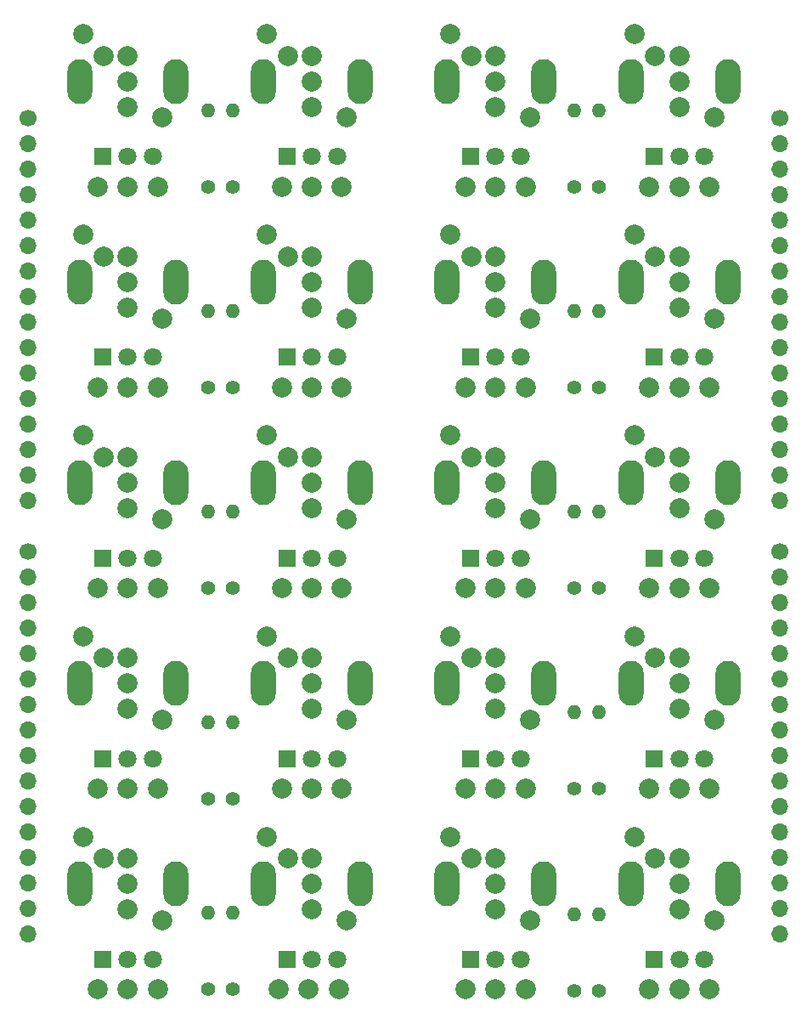
<source format=gts>
G04 #@! TF.GenerationSoftware,KiCad,Pcbnew,(6.0.11-0)*
G04 #@! TF.CreationDate,2023-03-26T21:42:55+01:00*
G04 #@! TF.ProjectId,ioboard,696f626f-6172-4642-9e6b-696361645f70,rev?*
G04 #@! TF.SameCoordinates,Original*
G04 #@! TF.FileFunction,Soldermask,Top*
G04 #@! TF.FilePolarity,Negative*
%FSLAX46Y46*%
G04 Gerber Fmt 4.6, Leading zero omitted, Abs format (unit mm)*
G04 Created by KiCad (PCBNEW (6.0.11-0)) date 2023-03-26 21:42:55*
%MOMM*%
%LPD*%
G01*
G04 APERTURE LIST*
%ADD10O,2.500000X4.500000*%
%ADD11R,1.800000X1.800000*%
%ADD12C,1.800000*%
%ADD13C,2.000000*%
%ADD14C,1.400000*%
%ADD15O,1.400000X1.400000*%
%ADD16C,1.700000*%
%ADD17O,1.700000X1.700000*%
G04 APERTURE END LIST*
D10*
X26050000Y-46500000D03*
X35650000Y-46500000D03*
D11*
X28350000Y-54000000D03*
D12*
X30850000Y-54000000D03*
X33350000Y-54000000D03*
D13*
X12500000Y-97000000D03*
X33850000Y-37000000D03*
X30850000Y-43960000D03*
X30850000Y-46500000D03*
X30850000Y-49040000D03*
D10*
X44350000Y-86500000D03*
X53950000Y-86500000D03*
D11*
X46650000Y-94000000D03*
D12*
X49150000Y-94000000D03*
X51650000Y-94000000D03*
D13*
X67500000Y-97000000D03*
D10*
X7700000Y-46500000D03*
X17300000Y-46500000D03*
D11*
X10000000Y-54000000D03*
D12*
X12500000Y-54000000D03*
X15000000Y-54000000D03*
D14*
X57000000Y-97100000D03*
D15*
X57000000Y-89480000D03*
D10*
X62700000Y-6500000D03*
X72300000Y-6500000D03*
D11*
X65000000Y-14000000D03*
D12*
X67500000Y-14000000D03*
X70000000Y-14000000D03*
D13*
X30850000Y-17000000D03*
X67500000Y-23960000D03*
X67500000Y-26500000D03*
X67500000Y-29040000D03*
X67500000Y-63960000D03*
X67500000Y-66500000D03*
X67500000Y-69040000D03*
X9500000Y-97000000D03*
X9500000Y-57000000D03*
X12500000Y-23960000D03*
X12500000Y-26500000D03*
X12500000Y-29040000D03*
X67500000Y-43960000D03*
X67500000Y-46500000D03*
X67500000Y-49040000D03*
D10*
X17300000Y-26500000D03*
X7700000Y-26500000D03*
D11*
X10000000Y-34000000D03*
D12*
X12500000Y-34000000D03*
X15000000Y-34000000D03*
D13*
X67500000Y-17000000D03*
X30850000Y-77000000D03*
D14*
X59500000Y-97100000D03*
D15*
X59500000Y-89480000D03*
D13*
X27520000Y-97000000D03*
X27850000Y-37000000D03*
X64500000Y-17000000D03*
X12500000Y-63960000D03*
X12500000Y-66500000D03*
X12500000Y-69040000D03*
D14*
X20500000Y-78000000D03*
D15*
X20500000Y-70380000D03*
D10*
X7700000Y-66500000D03*
X17300000Y-66500000D03*
D11*
X10000000Y-74000000D03*
D12*
X12500000Y-74000000D03*
X15000000Y-74000000D03*
D13*
X70500000Y-77000000D03*
D10*
X35650000Y-26500000D03*
X26050000Y-26500000D03*
D11*
X28350000Y-34000000D03*
D12*
X30850000Y-34000000D03*
X33350000Y-34000000D03*
D10*
X7700000Y-86500000D03*
X17300000Y-86500000D03*
D11*
X10000000Y-94000000D03*
D12*
X12500000Y-94000000D03*
X15000000Y-94000000D03*
D10*
X35650000Y-66500000D03*
X26050000Y-66500000D03*
D11*
X28350000Y-74000000D03*
D12*
X30850000Y-74000000D03*
X33350000Y-74000000D03*
D14*
X59500000Y-17000000D03*
D15*
X59500000Y-9380000D03*
D14*
X23000000Y-37000000D03*
D15*
X23000000Y-29380000D03*
D13*
X33520000Y-97000000D03*
X52150000Y-77000000D03*
D14*
X57000000Y-77000000D03*
D15*
X57000000Y-69380000D03*
D13*
X67500000Y-83960000D03*
X67500000Y-86500000D03*
X67500000Y-89040000D03*
D14*
X20500000Y-57000000D03*
D15*
X20500000Y-49380000D03*
D13*
X49150000Y-97000000D03*
X9500000Y-17000000D03*
X44679812Y-21781164D03*
X52588607Y-30129874D03*
X46742975Y-23959088D03*
X49150000Y-3960000D03*
X49150000Y-6500000D03*
X49150000Y-9040000D03*
X44679812Y-61781164D03*
X52588607Y-70129874D03*
X46742975Y-63959088D03*
D14*
X20500000Y-37000000D03*
D15*
X20500000Y-29380000D03*
D13*
X30850000Y-37000000D03*
X46150000Y-57000000D03*
X30850000Y-3960000D03*
X30850000Y-6500000D03*
X30850000Y-9040000D03*
X8029812Y-61781164D03*
X15938607Y-70129874D03*
X10092975Y-63959088D03*
X52150000Y-17000000D03*
X46150000Y-77000000D03*
X8029812Y-21781164D03*
X15938607Y-30129874D03*
X10092975Y-23959088D03*
X46150000Y-97000000D03*
D14*
X23000000Y-57000000D03*
D15*
X23000000Y-49380000D03*
D14*
X23000000Y-78000000D03*
D15*
X23000000Y-70380000D03*
D10*
X72300000Y-46500000D03*
X62700000Y-46500000D03*
D11*
X65000000Y-54000000D03*
D12*
X67500000Y-54000000D03*
X70000000Y-54000000D03*
D13*
X9500000Y-37000000D03*
X70500000Y-37000000D03*
X44679812Y-1781164D03*
X52588607Y-10129874D03*
X46742975Y-3959088D03*
X12500000Y-37000000D03*
X27850000Y-77000000D03*
X67500000Y-77000000D03*
D14*
X23000000Y-97000000D03*
D15*
X23000000Y-89380000D03*
D10*
X44350000Y-26500000D03*
X53950000Y-26500000D03*
D11*
X46650000Y-34000000D03*
D12*
X49150000Y-34000000D03*
X51650000Y-34000000D03*
D13*
X52150000Y-57000000D03*
X46150000Y-37000000D03*
D10*
X62700000Y-66500000D03*
X72300000Y-66500000D03*
D11*
X65000000Y-74000000D03*
D12*
X67500000Y-74000000D03*
X70000000Y-74000000D03*
D13*
X67500000Y-57000000D03*
X44679812Y-81781164D03*
X52588607Y-90129874D03*
X46742975Y-83959088D03*
X70500000Y-97000000D03*
X12500000Y-3960000D03*
X12500000Y-6500000D03*
X12500000Y-9040000D03*
X33850000Y-77000000D03*
X15500000Y-77000000D03*
X49150000Y-57000000D03*
X63029812Y-81781164D03*
X70938607Y-90129874D03*
X65092975Y-83959088D03*
X8029812Y-1781164D03*
X15938607Y-10129874D03*
X10092975Y-3959088D03*
X9500000Y-77000000D03*
X27850000Y-57000000D03*
X70500000Y-57000000D03*
X46150000Y-17000000D03*
X63029812Y-21781164D03*
X70938607Y-30129874D03*
X65092975Y-23959088D03*
X63029812Y-61781164D03*
X70938607Y-70129874D03*
X65092975Y-63959088D03*
X30850000Y-57000000D03*
X63029812Y-1781164D03*
X70938607Y-10129874D03*
X65092975Y-3959088D03*
X26379812Y-21781164D03*
X34288607Y-30129874D03*
X28442975Y-23959088D03*
D10*
X35650000Y-86500000D03*
X26050000Y-86500000D03*
D11*
X28350000Y-94000000D03*
D12*
X30850000Y-94000000D03*
X33350000Y-94000000D03*
D13*
X63029812Y-41781164D03*
X70938607Y-50129874D03*
X65092975Y-43959088D03*
D14*
X57000000Y-57000000D03*
D15*
X57000000Y-49380000D03*
D13*
X49150000Y-63960000D03*
X49150000Y-66500000D03*
X49150000Y-69040000D03*
X26379812Y-81781164D03*
X34288607Y-90129874D03*
X28442975Y-83959088D03*
D14*
X23000000Y-17000000D03*
D15*
X23000000Y-9380000D03*
D13*
X49150000Y-83960000D03*
X49150000Y-86500000D03*
X49150000Y-89040000D03*
X49150000Y-17000000D03*
D10*
X62700000Y-86500000D03*
X72300000Y-86500000D03*
D11*
X65000000Y-94000000D03*
D12*
X67500000Y-94000000D03*
X70000000Y-94000000D03*
D13*
X12500000Y-77000000D03*
X27850000Y-17000000D03*
X49150000Y-37000000D03*
D14*
X59500000Y-57000000D03*
D15*
X59500000Y-49380000D03*
D13*
X33850000Y-57000000D03*
X26379812Y-41781164D03*
X34288607Y-50129874D03*
X28442975Y-43959088D03*
X33850000Y-17000000D03*
X12500000Y-83960000D03*
X12500000Y-86500000D03*
X12500000Y-89040000D03*
D14*
X57000000Y-37000000D03*
D15*
X57000000Y-29380000D03*
D13*
X12500000Y-57000000D03*
D14*
X20500000Y-97000000D03*
D15*
X20500000Y-89380000D03*
D13*
X12500000Y-17000000D03*
X8029812Y-41781164D03*
X15938607Y-50129874D03*
X10092975Y-43959088D03*
D14*
X20500000Y-17000000D03*
D15*
X20500000Y-9380000D03*
D10*
X26050000Y-6500000D03*
X35650000Y-6500000D03*
D11*
X28350000Y-14000000D03*
D12*
X30850000Y-14000000D03*
X33350000Y-14000000D03*
D13*
X30850000Y-83960000D03*
X30850000Y-86500000D03*
X30850000Y-89040000D03*
X64500000Y-97000000D03*
X52150000Y-97000000D03*
X52150000Y-37000000D03*
X15500000Y-97000000D03*
X15500000Y-37000000D03*
D10*
X53950000Y-6500000D03*
X44350000Y-6500000D03*
D11*
X46650000Y-14000000D03*
D12*
X49150000Y-14000000D03*
X51650000Y-14000000D03*
D13*
X12500000Y-43960000D03*
X12500000Y-46500000D03*
X12500000Y-49040000D03*
X8029812Y-81781164D03*
X15938607Y-90129874D03*
X10092975Y-83959088D03*
D10*
X44350000Y-46500000D03*
X53950000Y-46500000D03*
D11*
X46650000Y-54000000D03*
D12*
X49150000Y-54000000D03*
X51650000Y-54000000D03*
D13*
X49150000Y-77000000D03*
X49150000Y-43960000D03*
X49150000Y-46500000D03*
X49150000Y-49040000D03*
X64500000Y-77000000D03*
X64500000Y-57000000D03*
X26379812Y-1781164D03*
X34288607Y-10129874D03*
X28442975Y-3959088D03*
X49150000Y-23960000D03*
X49150000Y-26500000D03*
X49150000Y-29040000D03*
X70500000Y-17000000D03*
D14*
X59500000Y-77000000D03*
D15*
X59500000Y-69380000D03*
D13*
X67500000Y-3960000D03*
X67500000Y-6500000D03*
X67500000Y-9040000D03*
D10*
X7700000Y-6500000D03*
X17300000Y-6500000D03*
D11*
X10000000Y-14000000D03*
D12*
X12500000Y-14000000D03*
X15000000Y-14000000D03*
D14*
X57000000Y-17000000D03*
D15*
X57000000Y-9380000D03*
D13*
X30850000Y-63960000D03*
X30850000Y-66500000D03*
X30850000Y-69040000D03*
X15500000Y-57000000D03*
D10*
X53950000Y-66500000D03*
X44350000Y-66500000D03*
D11*
X46650000Y-74000000D03*
D12*
X49150000Y-74000000D03*
X51650000Y-74000000D03*
D13*
X15500000Y-17000000D03*
X30520000Y-97000000D03*
X64500000Y-37000000D03*
X67500000Y-37000000D03*
D14*
X59500000Y-37000000D03*
D15*
X59500000Y-29380000D03*
D13*
X30850000Y-23960000D03*
X30850000Y-26500000D03*
X30850000Y-29040000D03*
D10*
X62700000Y-26500000D03*
X72300000Y-26500000D03*
D11*
X65000000Y-34000000D03*
D12*
X67500000Y-34000000D03*
X70000000Y-34000000D03*
D13*
X26379812Y-61781164D03*
X34288607Y-70129874D03*
X28442975Y-63959088D03*
X44679812Y-41781164D03*
X52588607Y-50129874D03*
X46742975Y-43959088D03*
D16*
X2540000Y-53340000D03*
D17*
X2540000Y-55880000D03*
X2540000Y-58420000D03*
X2540000Y-60960000D03*
X2540000Y-63500000D03*
X2540000Y-66040000D03*
X2540000Y-68580000D03*
X2540000Y-71120000D03*
X2540000Y-73660000D03*
X2540000Y-76200000D03*
X2540000Y-78740000D03*
X2540000Y-81280000D03*
X2540000Y-83820000D03*
X2540000Y-86360000D03*
X2540000Y-88900000D03*
X2540000Y-91440000D03*
D16*
X77460000Y-53340000D03*
D17*
X77460000Y-55880000D03*
X77460000Y-58420000D03*
X77460000Y-60960000D03*
X77460000Y-63500000D03*
X77460000Y-66040000D03*
X77460000Y-68580000D03*
X77460000Y-71120000D03*
X77460000Y-73660000D03*
X77460000Y-76200000D03*
X77460000Y-78740000D03*
X77460000Y-81280000D03*
X77460000Y-83820000D03*
X77460000Y-86360000D03*
X77460000Y-88900000D03*
X77460000Y-91440000D03*
D16*
X77460000Y-10160000D03*
D17*
X77460000Y-12700000D03*
X77460000Y-15240000D03*
X77460000Y-17780000D03*
X77460000Y-20320000D03*
X77460000Y-22860000D03*
X77460000Y-25400000D03*
X77460000Y-27940000D03*
X77460000Y-30480000D03*
X77460000Y-33020000D03*
X77460000Y-35560000D03*
X77460000Y-38100000D03*
X77460000Y-40640000D03*
X77460000Y-43180000D03*
X77460000Y-45720000D03*
X77460000Y-48260000D03*
D16*
X2540000Y-10160000D03*
D17*
X2540000Y-12700000D03*
X2540000Y-15240000D03*
X2540000Y-17780000D03*
X2540000Y-20320000D03*
X2540000Y-22860000D03*
X2540000Y-25400000D03*
X2540000Y-27940000D03*
X2540000Y-30480000D03*
X2540000Y-33020000D03*
X2540000Y-35560000D03*
X2540000Y-38100000D03*
X2540000Y-40640000D03*
X2540000Y-43180000D03*
X2540000Y-45720000D03*
X2540000Y-48260000D03*
M02*

</source>
